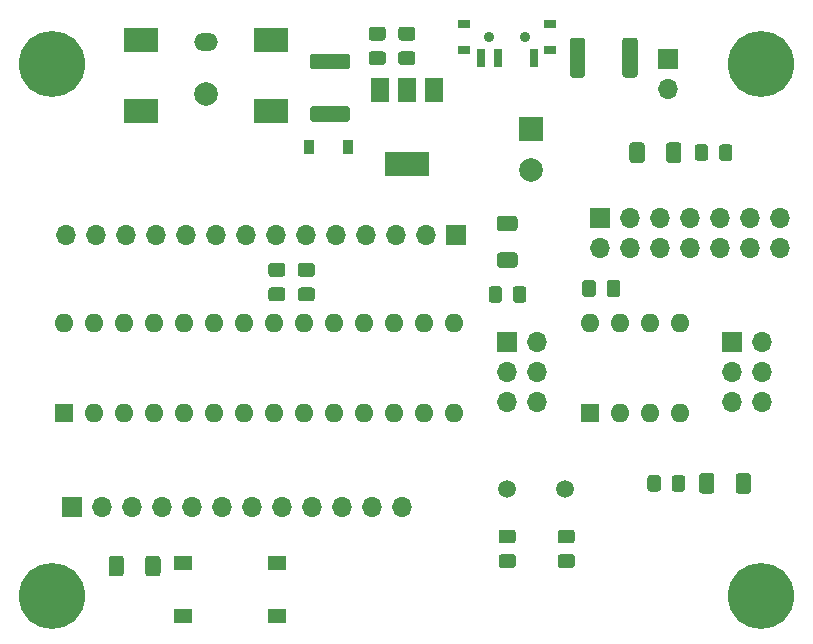
<source format=gbr>
%TF.GenerationSoftware,KiCad,Pcbnew,(5.1.9)-1*%
%TF.CreationDate,2021-07-06T12:17:59+10:00*%
%TF.ProjectId,AVRDevBoardRev1.1,41565244-6576-4426-9f61-726452657631,rev?*%
%TF.SameCoordinates,Original*%
%TF.FileFunction,Soldermask,Top*%
%TF.FilePolarity,Negative*%
%FSLAX46Y46*%
G04 Gerber Fmt 4.6, Leading zero omitted, Abs format (unit mm)*
G04 Created by KiCad (PCBNEW (5.1.9)-1) date 2021-07-06 12:17:59*
%MOMM*%
%LPD*%
G01*
G04 APERTURE LIST*
%ADD10R,2.000000X2.000000*%
%ADD11C,2.000000*%
%ADD12R,0.900000X1.200000*%
%ADD13C,5.600000*%
%ADD14R,1.700000X1.700000*%
%ADD15O,1.700000X1.700000*%
%ADD16O,2.000000X1.500000*%
%ADD17R,3.000000X2.000000*%
%ADD18C,0.900000*%
%ADD19R,0.700000X1.500000*%
%ADD20R,1.000000X0.800000*%
%ADD21R,1.550000X1.300000*%
%ADD22R,3.800000X2.000000*%
%ADD23R,1.500000X2.000000*%
%ADD24R,1.600000X1.600000*%
%ADD25O,1.600000X1.600000*%
%ADD26C,1.500000*%
G04 APERTURE END LIST*
D10*
%TO.C,C1*%
X127500000Y-94500000D03*
D11*
X127500000Y-98000000D03*
%TD*%
%TO.C,C2*%
G36*
G01*
X114975000Y-89087500D02*
X114025000Y-89087500D01*
G75*
G02*
X113775000Y-88837500I0J250000D01*
G01*
X113775000Y-88162500D01*
G75*
G02*
X114025000Y-87912500I250000J0D01*
G01*
X114975000Y-87912500D01*
G75*
G02*
X115225000Y-88162500I0J-250000D01*
G01*
X115225000Y-88837500D01*
G75*
G02*
X114975000Y-89087500I-250000J0D01*
G01*
G37*
G36*
G01*
X114975000Y-87012500D02*
X114025000Y-87012500D01*
G75*
G02*
X113775000Y-86762500I0J250000D01*
G01*
X113775000Y-86087500D01*
G75*
G02*
X114025000Y-85837500I250000J0D01*
G01*
X114975000Y-85837500D01*
G75*
G02*
X115225000Y-86087500I0J-250000D01*
G01*
X115225000Y-86762500D01*
G75*
G02*
X114975000Y-87012500I-250000J0D01*
G01*
G37*
%TD*%
%TO.C,C3*%
G36*
G01*
X117475000Y-87012500D02*
X116525000Y-87012500D01*
G75*
G02*
X116275000Y-86762500I0J250000D01*
G01*
X116275000Y-86087500D01*
G75*
G02*
X116525000Y-85837500I250000J0D01*
G01*
X117475000Y-85837500D01*
G75*
G02*
X117725000Y-86087500I0J-250000D01*
G01*
X117725000Y-86762500D01*
G75*
G02*
X117475000Y-87012500I-250000J0D01*
G01*
G37*
G36*
G01*
X117475000Y-89087500D02*
X116525000Y-89087500D01*
G75*
G02*
X116275000Y-88837500I0J250000D01*
G01*
X116275000Y-88162500D01*
G75*
G02*
X116525000Y-87912500I250000J0D01*
G01*
X117475000Y-87912500D01*
G75*
G02*
X117725000Y-88162500I0J-250000D01*
G01*
X117725000Y-88837500D01*
G75*
G02*
X117475000Y-89087500I-250000J0D01*
G01*
G37*
%TD*%
%TO.C,C4*%
G36*
G01*
X125025000Y-128412500D02*
X125975000Y-128412500D01*
G75*
G02*
X126225000Y-128662500I0J-250000D01*
G01*
X126225000Y-129337500D01*
G75*
G02*
X125975000Y-129587500I-250000J0D01*
G01*
X125025000Y-129587500D01*
G75*
G02*
X124775000Y-129337500I0J250000D01*
G01*
X124775000Y-128662500D01*
G75*
G02*
X125025000Y-128412500I250000J0D01*
G01*
G37*
G36*
G01*
X125025000Y-130487500D02*
X125975000Y-130487500D01*
G75*
G02*
X126225000Y-130737500I0J-250000D01*
G01*
X126225000Y-131412500D01*
G75*
G02*
X125975000Y-131662500I-250000J0D01*
G01*
X125025000Y-131662500D01*
G75*
G02*
X124775000Y-131412500I0J250000D01*
G01*
X124775000Y-130737500D01*
G75*
G02*
X125025000Y-130487500I250000J0D01*
G01*
G37*
%TD*%
%TO.C,C5*%
G36*
G01*
X130025000Y-130487500D02*
X130975000Y-130487500D01*
G75*
G02*
X131225000Y-130737500I0J-250000D01*
G01*
X131225000Y-131412500D01*
G75*
G02*
X130975000Y-131662500I-250000J0D01*
G01*
X130025000Y-131662500D01*
G75*
G02*
X129775000Y-131412500I0J250000D01*
G01*
X129775000Y-130737500D01*
G75*
G02*
X130025000Y-130487500I250000J0D01*
G01*
G37*
G36*
G01*
X130025000Y-128412500D02*
X130975000Y-128412500D01*
G75*
G02*
X131225000Y-128662500I0J-250000D01*
G01*
X131225000Y-129337500D01*
G75*
G02*
X130975000Y-129587500I-250000J0D01*
G01*
X130025000Y-129587500D01*
G75*
G02*
X129775000Y-129337500I0J250000D01*
G01*
X129775000Y-128662500D01*
G75*
G02*
X130025000Y-128412500I250000J0D01*
G01*
G37*
%TD*%
%TO.C,C6*%
G36*
G01*
X108975000Y-109087500D02*
X108025000Y-109087500D01*
G75*
G02*
X107775000Y-108837500I0J250000D01*
G01*
X107775000Y-108162500D01*
G75*
G02*
X108025000Y-107912500I250000J0D01*
G01*
X108975000Y-107912500D01*
G75*
G02*
X109225000Y-108162500I0J-250000D01*
G01*
X109225000Y-108837500D01*
G75*
G02*
X108975000Y-109087500I-250000J0D01*
G01*
G37*
G36*
G01*
X108975000Y-107012500D02*
X108025000Y-107012500D01*
G75*
G02*
X107775000Y-106762500I0J250000D01*
G01*
X107775000Y-106087500D01*
G75*
G02*
X108025000Y-105837500I250000J0D01*
G01*
X108975000Y-105837500D01*
G75*
G02*
X109225000Y-106087500I0J-250000D01*
G01*
X109225000Y-106762500D01*
G75*
G02*
X108975000Y-107012500I-250000J0D01*
G01*
G37*
%TD*%
%TO.C,C7*%
G36*
G01*
X106475000Y-109087500D02*
X105525000Y-109087500D01*
G75*
G02*
X105275000Y-108837500I0J250000D01*
G01*
X105275000Y-108162500D01*
G75*
G02*
X105525000Y-107912500I250000J0D01*
G01*
X106475000Y-107912500D01*
G75*
G02*
X106725000Y-108162500I0J-250000D01*
G01*
X106725000Y-108837500D01*
G75*
G02*
X106475000Y-109087500I-250000J0D01*
G01*
G37*
G36*
G01*
X106475000Y-107012500D02*
X105525000Y-107012500D01*
G75*
G02*
X105275000Y-106762500I0J250000D01*
G01*
X105275000Y-106087500D01*
G75*
G02*
X105525000Y-105837500I250000J0D01*
G01*
X106475000Y-105837500D01*
G75*
G02*
X106725000Y-106087500I0J-250000D01*
G01*
X106725000Y-106762500D01*
G75*
G02*
X106475000Y-107012500I-250000J0D01*
G01*
G37*
%TD*%
%TO.C,C8*%
G36*
G01*
X133912500Y-108475000D02*
X133912500Y-107525000D01*
G75*
G02*
X134162500Y-107275000I250000J0D01*
G01*
X134837500Y-107275000D01*
G75*
G02*
X135087500Y-107525000I0J-250000D01*
G01*
X135087500Y-108475000D01*
G75*
G02*
X134837500Y-108725000I-250000J0D01*
G01*
X134162500Y-108725000D01*
G75*
G02*
X133912500Y-108475000I0J250000D01*
G01*
G37*
G36*
G01*
X131837500Y-108475000D02*
X131837500Y-107525000D01*
G75*
G02*
X132087500Y-107275000I250000J0D01*
G01*
X132762500Y-107275000D01*
G75*
G02*
X133012500Y-107525000I0J-250000D01*
G01*
X133012500Y-108475000D01*
G75*
G02*
X132762500Y-108725000I-250000J0D01*
G01*
X132087500Y-108725000D01*
G75*
G02*
X131837500Y-108475000I0J250000D01*
G01*
G37*
%TD*%
D12*
%TO.C,D1*%
X112000000Y-96000000D03*
X108700000Y-96000000D03*
%TD*%
%TO.C,D2*%
G36*
G01*
X127125000Y-108049999D02*
X127125000Y-108950001D01*
G75*
G02*
X126875001Y-109200000I-249999J0D01*
G01*
X126224999Y-109200000D01*
G75*
G02*
X125975000Y-108950001I0J249999D01*
G01*
X125975000Y-108049999D01*
G75*
G02*
X126224999Y-107800000I249999J0D01*
G01*
X126875001Y-107800000D01*
G75*
G02*
X127125000Y-108049999I0J-249999D01*
G01*
G37*
G36*
G01*
X125075000Y-108049999D02*
X125075000Y-108950001D01*
G75*
G02*
X124825001Y-109200000I-249999J0D01*
G01*
X124174999Y-109200000D01*
G75*
G02*
X123925000Y-108950001I0J249999D01*
G01*
X123925000Y-108049999D01*
G75*
G02*
X124174999Y-107800000I249999J0D01*
G01*
X124825001Y-107800000D01*
G75*
G02*
X125075000Y-108049999I0J-249999D01*
G01*
G37*
%TD*%
%TO.C,D3*%
G36*
G01*
X139425000Y-124950001D02*
X139425000Y-124049999D01*
G75*
G02*
X139674999Y-123800000I249999J0D01*
G01*
X140325001Y-123800000D01*
G75*
G02*
X140575000Y-124049999I0J-249999D01*
G01*
X140575000Y-124950001D01*
G75*
G02*
X140325001Y-125200000I-249999J0D01*
G01*
X139674999Y-125200000D01*
G75*
G02*
X139425000Y-124950001I0J249999D01*
G01*
G37*
G36*
G01*
X137375000Y-124950001D02*
X137375000Y-124049999D01*
G75*
G02*
X137624999Y-123800000I249999J0D01*
G01*
X138275001Y-123800000D01*
G75*
G02*
X138525000Y-124049999I0J-249999D01*
G01*
X138525000Y-124950001D01*
G75*
G02*
X138275001Y-125200000I-249999J0D01*
G01*
X137624999Y-125200000D01*
G75*
G02*
X137375000Y-124950001I0J249999D01*
G01*
G37*
%TD*%
%TO.C,D4*%
G36*
G01*
X144575000Y-96049999D02*
X144575000Y-96950001D01*
G75*
G02*
X144325001Y-97200000I-249999J0D01*
G01*
X143674999Y-97200000D01*
G75*
G02*
X143425000Y-96950001I0J249999D01*
G01*
X143425000Y-96049999D01*
G75*
G02*
X143674999Y-95800000I249999J0D01*
G01*
X144325001Y-95800000D01*
G75*
G02*
X144575000Y-96049999I0J-249999D01*
G01*
G37*
G36*
G01*
X142525000Y-96049999D02*
X142525000Y-96950001D01*
G75*
G02*
X142275001Y-97200000I-249999J0D01*
G01*
X141624999Y-97200000D01*
G75*
G02*
X141375000Y-96950001I0J249999D01*
G01*
X141375000Y-96049999D01*
G75*
G02*
X141624999Y-95800000I249999J0D01*
G01*
X142275001Y-95800000D01*
G75*
G02*
X142525000Y-96049999I0J-249999D01*
G01*
G37*
%TD*%
%TO.C,F2*%
G36*
G01*
X111950000Y-93875000D02*
X109050000Y-93875000D01*
G75*
G02*
X108800000Y-93625000I0J250000D01*
G01*
X108800000Y-92825000D01*
G75*
G02*
X109050000Y-92575000I250000J0D01*
G01*
X111950000Y-92575000D01*
G75*
G02*
X112200000Y-92825000I0J-250000D01*
G01*
X112200000Y-93625000D01*
G75*
G02*
X111950000Y-93875000I-250000J0D01*
G01*
G37*
G36*
G01*
X111950000Y-89425000D02*
X109050000Y-89425000D01*
G75*
G02*
X108800000Y-89175000I0J250000D01*
G01*
X108800000Y-88375000D01*
G75*
G02*
X109050000Y-88125000I250000J0D01*
G01*
X111950000Y-88125000D01*
G75*
G02*
X112200000Y-88375000I0J-250000D01*
G01*
X112200000Y-89175000D01*
G75*
G02*
X111950000Y-89425000I-250000J0D01*
G01*
G37*
%TD*%
D13*
%TO.C,H1*%
X147000000Y-89000000D03*
%TD*%
%TO.C,H2*%
X87000000Y-89000000D03*
%TD*%
%TO.C,H3*%
X87000000Y-134000000D03*
%TD*%
%TO.C,H4*%
X147000000Y-134000000D03*
%TD*%
D14*
%TO.C,J1*%
X139150000Y-88550000D03*
D15*
X139150000Y-91090000D03*
%TD*%
D14*
%TO.C,J2*%
X133380000Y-102000000D03*
D15*
X133380000Y-104540000D03*
X135920000Y-102000000D03*
X135920000Y-104540000D03*
X138460000Y-102000000D03*
X138460000Y-104540000D03*
X141000000Y-102000000D03*
X141000000Y-104540000D03*
X143540000Y-102000000D03*
X143540000Y-104540000D03*
X146080000Y-102000000D03*
X146080000Y-104540000D03*
X148620000Y-102000000D03*
X148620000Y-104540000D03*
%TD*%
D14*
%TO.C,J3*%
X88640000Y-126500000D03*
D15*
X91180000Y-126500000D03*
X93720000Y-126500000D03*
X96260000Y-126500000D03*
X98800000Y-126500000D03*
X101340000Y-126500000D03*
X103880000Y-126500000D03*
X106420000Y-126500000D03*
X108960000Y-126500000D03*
X111500000Y-126500000D03*
X114040000Y-126500000D03*
X116580000Y-126500000D03*
%TD*%
D14*
%TO.C,J4*%
X121200000Y-103500000D03*
D15*
X118660000Y-103500000D03*
X116120000Y-103500000D03*
X113580000Y-103500000D03*
X111040000Y-103500000D03*
X108500000Y-103500000D03*
X105960000Y-103500000D03*
X103420000Y-103500000D03*
X100880000Y-103500000D03*
X98340000Y-103500000D03*
X95800000Y-103500000D03*
X93260000Y-103500000D03*
X90720000Y-103500000D03*
X88180000Y-103500000D03*
%TD*%
D16*
%TO.C,J5*%
X100000000Y-87100000D03*
D11*
X100000000Y-91500000D03*
D17*
X105500000Y-87000000D03*
X105500000Y-93000000D03*
X94500000Y-93000000D03*
X94500000Y-87000000D03*
%TD*%
D15*
%TO.C,J6*%
X128040000Y-117580000D03*
X125500000Y-117580000D03*
X128040000Y-115040000D03*
X125500000Y-115040000D03*
X128040000Y-112500000D03*
D14*
X125500000Y-112500000D03*
%TD*%
%TO.C,J7*%
X144500000Y-112500000D03*
D15*
X147040000Y-112500000D03*
X144500000Y-115040000D03*
X147040000Y-115040000D03*
X144500000Y-117580000D03*
X147040000Y-117580000D03*
%TD*%
%TO.C,R1*%
G36*
G01*
X93050000Y-130875000D02*
X93050000Y-132125000D01*
G75*
G02*
X92800000Y-132375000I-250000J0D01*
G01*
X92000000Y-132375000D01*
G75*
G02*
X91750000Y-132125000I0J250000D01*
G01*
X91750000Y-130875000D01*
G75*
G02*
X92000000Y-130625000I250000J0D01*
G01*
X92800000Y-130625000D01*
G75*
G02*
X93050000Y-130875000I0J-250000D01*
G01*
G37*
G36*
G01*
X96150000Y-130875000D02*
X96150000Y-132125000D01*
G75*
G02*
X95900000Y-132375000I-250000J0D01*
G01*
X95100000Y-132375000D01*
G75*
G02*
X94850000Y-132125000I0J250000D01*
G01*
X94850000Y-130875000D01*
G75*
G02*
X95100000Y-130625000I250000J0D01*
G01*
X95900000Y-130625000D01*
G75*
G02*
X96150000Y-130875000I0J-250000D01*
G01*
G37*
%TD*%
%TO.C,R2*%
G36*
G01*
X126125000Y-106250000D02*
X124875000Y-106250000D01*
G75*
G02*
X124625000Y-106000000I0J250000D01*
G01*
X124625000Y-105200000D01*
G75*
G02*
X124875000Y-104950000I250000J0D01*
G01*
X126125000Y-104950000D01*
G75*
G02*
X126375000Y-105200000I0J-250000D01*
G01*
X126375000Y-106000000D01*
G75*
G02*
X126125000Y-106250000I-250000J0D01*
G01*
G37*
G36*
G01*
X126125000Y-103150000D02*
X124875000Y-103150000D01*
G75*
G02*
X124625000Y-102900000I0J250000D01*
G01*
X124625000Y-102100000D01*
G75*
G02*
X124875000Y-101850000I250000J0D01*
G01*
X126125000Y-101850000D01*
G75*
G02*
X126375000Y-102100000I0J-250000D01*
G01*
X126375000Y-102900000D01*
G75*
G02*
X126125000Y-103150000I-250000J0D01*
G01*
G37*
%TD*%
%TO.C,R3*%
G36*
G01*
X144850000Y-125125000D02*
X144850000Y-123875000D01*
G75*
G02*
X145100000Y-123625000I250000J0D01*
G01*
X145900000Y-123625000D01*
G75*
G02*
X146150000Y-123875000I0J-250000D01*
G01*
X146150000Y-125125000D01*
G75*
G02*
X145900000Y-125375000I-250000J0D01*
G01*
X145100000Y-125375000D01*
G75*
G02*
X144850000Y-125125000I0J250000D01*
G01*
G37*
G36*
G01*
X141750000Y-125125000D02*
X141750000Y-123875000D01*
G75*
G02*
X142000000Y-123625000I250000J0D01*
G01*
X142800000Y-123625000D01*
G75*
G02*
X143050000Y-123875000I0J-250000D01*
G01*
X143050000Y-125125000D01*
G75*
G02*
X142800000Y-125375000I-250000J0D01*
G01*
X142000000Y-125375000D01*
G75*
G02*
X141750000Y-125125000I0J250000D01*
G01*
G37*
%TD*%
%TO.C,R4*%
G36*
G01*
X140250000Y-95875000D02*
X140250000Y-97125000D01*
G75*
G02*
X140000000Y-97375000I-250000J0D01*
G01*
X139200000Y-97375000D01*
G75*
G02*
X138950000Y-97125000I0J250000D01*
G01*
X138950000Y-95875000D01*
G75*
G02*
X139200000Y-95625000I250000J0D01*
G01*
X140000000Y-95625000D01*
G75*
G02*
X140250000Y-95875000I0J-250000D01*
G01*
G37*
G36*
G01*
X137150000Y-95875000D02*
X137150000Y-97125000D01*
G75*
G02*
X136900000Y-97375000I-250000J0D01*
G01*
X136100000Y-97375000D01*
G75*
G02*
X135850000Y-97125000I0J250000D01*
G01*
X135850000Y-95875000D01*
G75*
G02*
X136100000Y-95625000I250000J0D01*
G01*
X136900000Y-95625000D01*
G75*
G02*
X137150000Y-95875000I0J-250000D01*
G01*
G37*
%TD*%
D18*
%TO.C,SW1*%
X127000000Y-86740000D03*
X124000000Y-86740000D03*
D19*
X127750000Y-88500000D03*
X124750000Y-88500000D03*
X123250000Y-88500000D03*
D20*
X129150000Y-85640000D03*
X121850000Y-85640000D03*
X121850000Y-87850000D03*
X129150000Y-87850000D03*
%TD*%
D21*
%TO.C,SW2*%
X98025000Y-135750000D03*
X98025000Y-131250000D03*
X105975000Y-131250000D03*
X105975000Y-135750000D03*
%TD*%
D22*
%TO.C,U1*%
X117000000Y-97500000D03*
D23*
X117000000Y-91200000D03*
X114700000Y-91200000D03*
X119300000Y-91200000D03*
%TD*%
D24*
%TO.C,U2*%
X132500000Y-118500000D03*
D25*
X140120000Y-110880000D03*
X135040000Y-118500000D03*
X137580000Y-110880000D03*
X137580000Y-118500000D03*
X135040000Y-110880000D03*
X140120000Y-118500000D03*
X132500000Y-110880000D03*
%TD*%
D24*
%TO.C,U3*%
X88000000Y-118500000D03*
D25*
X121020000Y-110880000D03*
X90540000Y-118500000D03*
X118480000Y-110880000D03*
X93080000Y-118500000D03*
X115940000Y-110880000D03*
X95620000Y-118500000D03*
X113400000Y-110880000D03*
X98160000Y-118500000D03*
X110860000Y-110880000D03*
X100700000Y-118500000D03*
X108320000Y-110880000D03*
X103240000Y-118500000D03*
X105780000Y-110880000D03*
X105780000Y-118500000D03*
X103240000Y-110880000D03*
X108320000Y-118500000D03*
X100700000Y-110880000D03*
X110860000Y-118500000D03*
X98160000Y-110880000D03*
X113400000Y-118500000D03*
X95620000Y-110880000D03*
X115940000Y-118500000D03*
X93080000Y-110880000D03*
X118480000Y-118500000D03*
X90540000Y-110880000D03*
X121020000Y-118500000D03*
X88000000Y-110880000D03*
%TD*%
D26*
%TO.C,Y1*%
X125500000Y-125000000D03*
X130400000Y-125000000D03*
%TD*%
%TO.C,F1*%
G36*
G01*
X130800000Y-89900000D02*
X130800000Y-87000000D01*
G75*
G02*
X131050000Y-86750000I250000J0D01*
G01*
X131850000Y-86750000D01*
G75*
G02*
X132100000Y-87000000I0J-250000D01*
G01*
X132100000Y-89900000D01*
G75*
G02*
X131850000Y-90150000I-250000J0D01*
G01*
X131050000Y-90150000D01*
G75*
G02*
X130800000Y-89900000I0J250000D01*
G01*
G37*
G36*
G01*
X135250000Y-89900000D02*
X135250000Y-87000000D01*
G75*
G02*
X135500000Y-86750000I250000J0D01*
G01*
X136300000Y-86750000D01*
G75*
G02*
X136550000Y-87000000I0J-250000D01*
G01*
X136550000Y-89900000D01*
G75*
G02*
X136300000Y-90150000I-250000J0D01*
G01*
X135500000Y-90150000D01*
G75*
G02*
X135250000Y-89900000I0J250000D01*
G01*
G37*
%TD*%
M02*

</source>
